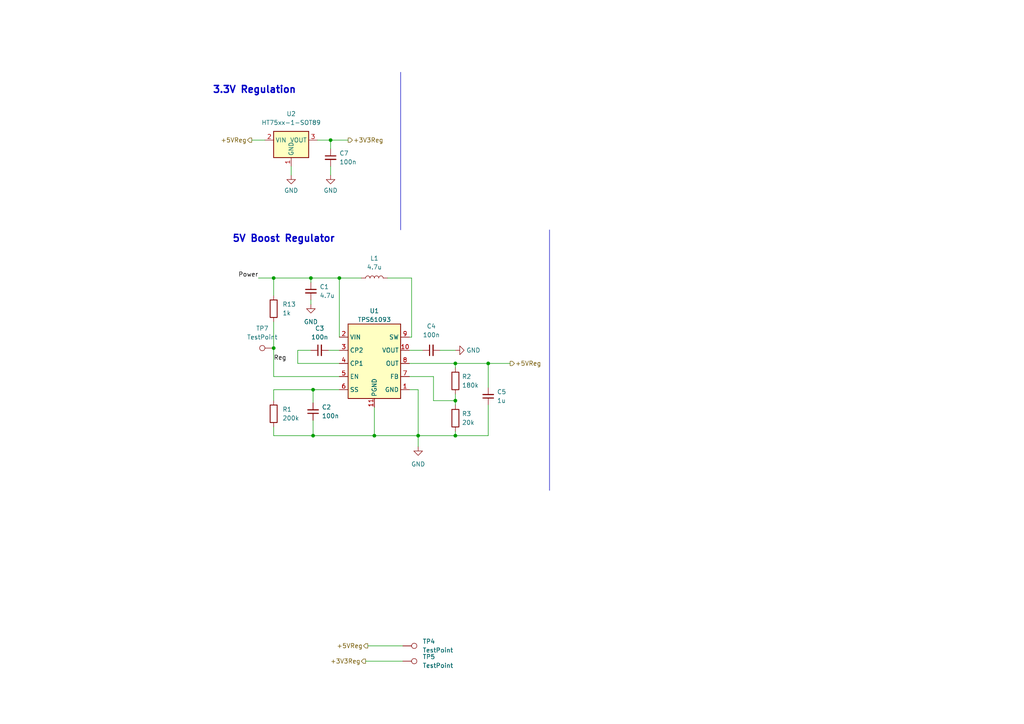
<source format=kicad_sch>
(kicad_sch (version 20230121) (generator eeschema)
  (paper "A4")
  (lib_symbols
    (symbol "Connector:TestPoint" (pin_numbers hide) (pin_names (offset 0.762) hide)
      (property "Reference" "TP" (at 0 6.858 0))
      (property "Value" "TestPoint" (at 0 5.08 0))
      (symbol "TestPoint_0_1"
        (circle (center 0 3.302) (radius 0.762))
      )
      (symbol "TestPoint_1_1"
        (pin passive line (at 0 0 90) (length 2.54) (name "1") (number "1"))
      )
    )
    (symbol "Device:C_Small" (pin_numbers hide) (pin_names (offset 0.254) hide)
      (property "Reference" "C" (at 0.254 1.778 0))
      (property "Value" "C_Small" (at 0.254 -2.032 0))
      (symbol "C_Small_0_1"
        (polyline (pts (xy -1.524 -0.508) (xy 1.524 -0.508)) (stroke (width 0.3302)))
        (polyline (pts (xy -1.524 0.508) (xy 1.524 0.508)) (stroke (width 0.3048)))
      )
      (symbol "C_Small_1_1"
        (pin passive line (at 0 2.54 270) (length 2.032) (name "~") (number "1"))
        (pin passive line (at 0 -2.54 90) (length 2.032) (name "~") (number "2"))
      )
    )
    (symbol "Device:L" (pin_numbers hide) (pin_names (offset 1.016) hide)
      (property "Reference" "L" (at -1.27 0 90))
      (property "Value" "L" (at 1.905 0 90))
      (symbol "L_0_1"
        (arc (start 0 -2.54) (mid 0.6323 -1.905) (end 0 -1.27))
        (arc (start 0 -1.27) (mid 0.6323 -0.635) (end 0 0))
        (arc (start 0 0) (mid 0.6323 0.635) (end 0 1.27))
        (arc (start 0 1.27) (mid 0.6323 1.905) (end 0 2.54))
      )
      (symbol "L_1_1"
        (pin passive line (at 0 3.81 270) (length 1.27) (name "1") (number "1"))
        (pin passive line (at 0 -3.81 90) (length 1.27) (name "2") (number "2"))
      )
    )
    (symbol "Device:R" (pin_numbers hide) (pin_names (offset 0))
      (property "Reference" "R" (at 2.032 0 90))
      (property "Value" "R" (at 0 0 90))
      (symbol "R_0_1"
        (rectangle (start -1.016 -2.54) (end 1.016 2.54) (stroke (width 0.254)))
      )
      (symbol "R_1_1"
        (pin passive line (at 0 3.81 270) (length 1.27) (name "~") (number "1"))
        (pin passive line (at 0 -3.81 90) (length 1.27) (name "~") (number "2"))
      )
    )
    (symbol "Regulator_Linear:HT75xx-1-SOT89"
      (property "Reference" "U" (at -5.08 -3.81 0))
      (property "Value" "HT75xx-1-SOT89" (at 0 6.35 0))
      (symbol "HT75xx-1-SOT89_0_1"
        (rectangle (start -5.08 5.08) (end 5.08 -2.54) (stroke (width 0.254)) (fill (type background)))
      )
      (symbol "HT75xx-1-SOT89_1_1"
        (pin power_in line (at 0 -5.08 90) (length 2.54) (name "GND") (number "1"))
        (pin power_in line (at -7.62 2.54 0) (length 2.54) (name "VIN") (number "2"))
        (pin power_out line (at 7.62 2.54 180) (length 2.54) (name "VOUT") (number "3"))
      )
    )
    (symbol "SarahLib:TPS61093DSKR"
      (property "Reference" "U1" (at 0 20.32 0))
      (property "Value" "TPS63030DSKR" (at 0 17.78 0))
      (symbol "TPS61093DSKR_0_1"
        (rectangle (start -7.62 16.51) (end 7.62 -5.08) (stroke (width 0.254)) (fill (type background)))
      )
      (symbol "TPS61093DSKR_1_1"
        (pin power_in line (at 10.16 -2.54 180) (length 2.54) (name "GND") (number "1"))
        (pin power_out line (at 10.16 8.89 180) (length 2.54) (name "VOUT") (number "10"))
        (pin passive line (at 0 -7.62 90) (length 2.54) (name "PGND") (number "11"))
        (pin power_in line (at -10.16 12.7 0) (length 2.54) (name "VIN") (number "2"))
        (pin input line (at -10.16 8.89 0) (length 2.54) (name "CP2") (number "3"))
        (pin input line (at -10.16 5.08 0) (length 2.54) (name "CP1") (number "4"))
        (pin input line (at -10.16 1.27 0) (length 2.54) (name "EN") (number "5"))
        (pin passive line (at -10.16 -2.54 0) (length 2.54) (name "SS") (number "6"))
        (pin input line (at 10.16 1.27 180) (length 2.54) (name "FB") (number "7"))
        (pin output line (at 10.16 5.08 180) (length 2.54) (name "OUT") (number "8"))
        (pin power_in line (at 10.16 12.7 180) (length 2.54) (name "SW") (number "9"))
      )
    )
    (symbol "power:GND" (power) (pin_names (offset 0))
      (property "Value" "GND" (at 0 -3.81 0))
      (symbol "GND_0_1"
        (polyline (pts (xy 0 0) (xy 0 -1.27) (xy 1.27 -1.27) (xy 0 -2.54) (xy -1.27 -1.27) (xy 0 -1.27)))
      )
      (symbol "GND_1_1"
        (pin power_in line (at 0 0 270) (length 0) hide (name "GND") (number "1"))
      )
    )
  )
  (junction (at 95.885 40.64))
  (junction (at 141.605 105.41))
  (junction (at 108.585 126.365))
  (junction (at 121.285 126.365))
  (junction (at 79.375 100.965))
  (junction (at 132.08 116.205))
  (junction (at 90.805 113.03))
  (junction (at 90.805 126.365))
  (junction (at 132.08 105.41))
  (junction (at 98.425 80.645))
  (junction (at 90.17 80.645))
  (junction (at 132.08 126.365))
  (junction (at 79.375 80.645))
  (wire (pts (xy 141.605 126.365) (xy 132.08 126.365)))
  (wire (pts (xy 79.375 109.22) (xy 98.425 109.22)))
  (polyline (pts (xy 116.205 20.955) (xy 116.205 66.675)))
  (wire (pts (xy 118.745 105.41) (xy 132.08 105.41)))
  (wire (pts (xy 118.745 101.6) (xy 122.555 101.6)))
  (wire (pts (xy 95.885 40.64) (xy 100.965 40.64)))
  (wire (pts (xy 121.285 113.03) (xy 121.285 126.365)))
  (wire (pts (xy 79.375 116.205) (xy 79.375 113.03)))
  (wire (pts (xy 141.605 105.41) (xy 141.605 112.395)))
  (wire (pts (xy 119.38 80.645) (xy 119.38 97.79)))
  (wire (pts (xy 90.805 126.365) (xy 108.585 126.365)))
  (wire (pts (xy 132.08 114.3) (xy 132.08 116.205)))
  (wire (pts (xy 90.17 80.645) (xy 90.17 81.915)))
  (wire (pts (xy 98.425 113.03) (xy 90.805 113.03)))
  (wire (pts (xy 79.375 100.965) (xy 79.375 109.22)))
  (wire (pts (xy 95.885 50.8) (xy 95.885 48.26)))
  (wire (pts (xy 121.285 126.365) (xy 121.285 129.54)))
  (wire (pts (xy 132.08 126.365) (xy 121.285 126.365)))
  (wire (pts (xy 79.375 93.345) (xy 79.375 100.965)))
  (polyline (pts (xy 159.385 66.675) (xy 159.385 142.24)))
  (wire (pts (xy 90.805 113.03) (xy 90.805 116.84)))
  (wire (pts (xy 125.73 116.205) (xy 132.08 116.205)))
  (wire (pts (xy 98.425 80.645) (xy 104.775 80.645)))
  (wire (pts (xy 141.605 117.475) (xy 141.605 126.365)))
  (wire (pts (xy 79.375 80.645) (xy 79.375 85.725)))
  (wire (pts (xy 84.455 48.26) (xy 84.455 50.8)))
  (wire (pts (xy 132.08 101.6) (xy 127.635 101.6)))
  (wire (pts (xy 125.73 109.22) (xy 118.745 109.22)))
  (wire (pts (xy 132.08 116.205) (xy 132.08 117.475)))
  (wire (pts (xy 95.885 43.18) (xy 95.885 40.64)))
  (wire (pts (xy 132.08 105.41) (xy 132.08 106.68)))
  (wire (pts (xy 132.08 105.41) (xy 141.605 105.41)))
  (wire (pts (xy 74.93 80.645) (xy 79.375 80.645)))
  (wire (pts (xy 92.075 40.64) (xy 95.885 40.64)))
  (wire (pts (xy 106.045 191.77) (xy 116.84 191.77)))
  (wire (pts (xy 90.805 126.365) (xy 90.805 121.92)))
  (wire (pts (xy 79.375 113.03) (xy 90.805 113.03)))
  (wire (pts (xy 95.25 101.6) (xy 98.425 101.6)))
  (wire (pts (xy 108.585 126.365) (xy 121.285 126.365)))
  (wire (pts (xy 132.08 125.095) (xy 132.08 126.365)))
  (wire (pts (xy 79.375 126.365) (xy 90.805 126.365)))
  (wire (pts (xy 118.745 113.03) (xy 121.285 113.03)))
  (wire (pts (xy 73.025 40.64) (xy 76.835 40.64)))
  (wire (pts (xy 79.375 80.645) (xy 90.17 80.645)))
  (wire (pts (xy 90.17 88.265) (xy 90.17 86.995)))
  (wire (pts (xy 86.36 101.6) (xy 90.17 101.6)))
  (wire (pts (xy 106.68 187.325) (xy 116.84 187.325)))
  (wire (pts (xy 119.38 97.79) (xy 118.745 97.79)))
  (wire (pts (xy 141.605 105.41) (xy 147.955 105.41)))
  (wire (pts (xy 125.73 116.205) (xy 125.73 109.22)))
  (wire (pts (xy 98.425 97.79) (xy 98.425 80.645)))
  (wire (pts (xy 98.425 105.41) (xy 86.36 105.41)))
  (wire (pts (xy 112.395 80.645) (xy 119.38 80.645)))
  (wire (pts (xy 86.36 105.41) (xy 86.36 101.6)))
  (wire (pts (xy 79.375 123.825) (xy 79.375 126.365)))
  (wire (pts (xy 108.585 118.11) (xy 108.585 126.365)))
  (wire (pts (xy 98.425 80.645) (xy 90.17 80.645)))
  (text "3.3V Regulation " (at 61.595 27.305 0) (effects (font (size 2 2) (thickness 0.4) bold) (justify left bottom)))
  (text "5V Boost Regulator\n" (at 67.31 70.485 0) (effects (font (size 2 2) (thickness 0.4) bold) (justify left bottom)))
  (label "Reg" (at 79.375 104.775 0))
  (label "Power" (at 74.93 80.645 180))
  (hierarchical_label "+5VReg" (shape output) (at 106.68 187.325 180))
  (hierarchical_label "+5VReg" (shape output) (at 73.025 40.64 180))
  (hierarchical_label "+3V3Reg" (shape output) (at 106.045 191.77 180))
  (hierarchical_label "+3V3Reg" (shape output) (at 100.965 40.64 0))
  (hierarchical_label "+5VReg" (shape output) (at 147.955 105.41 0))
  (symbol (lib_id "Device:R") (at 79.375 120.015 0) (unit 1)
    (property "Reference" "R1" (at 81.915 118.7449 0) (effects (justify left)))
    (property "Value" "200k" (at 81.915 121.2849 0) (effects (justify left)))
    (property "Footprint" "Resistor_SMD:R_0805_2012Metric" (effects hide))
    (property "Datasheet" "https://datasheet.lcsc.com/lcsc/2206010200_UNI-ROYAL-Uniroyal-Elec-0805W8F2003T5E_C17539.pdf" (effects hide))
    (property "Price" "0.0016" (effects hide))
    (property "Extended" "0" (effects hide))
    (property "LCSC" "C17539" (effects hide))
    (property "Populate" "Yes" (effects hide))
  )
  (symbol (lib_id "Connector:TestPoint") (at 79.375 100.965 90) (unit 1)
    (property "Reference" "TP7" (at 76.073 95.25 90))
    (property "Value" "TestPoint" (at 76.073 97.79 90))
    (property "Footprint" "TestPoint:TestPoint_Pad_D2.0mm" (effects hide))
  )
  (symbol (lib_id "power:GND") (at 90.17 88.265 0) (unit 1)
    (property "Reference" "#PWR02" (effects hide))
    (property "Value" "GND" (at 90.17 93.345 0))
  )
  (symbol (lib_id "Connector:TestPoint") (at 116.84 187.325 270) (unit 1)
    (property "Reference" "TP4" (at 122.555 186.0549 90) (effects (justify left)))
    (property "Value" "TestPoint" (at 122.555 188.5949 90) (effects (justify left)))
    (property "Footprint" "TestPoint:TestPoint_Pad_D2.0mm" (effects hide))
  )
  (symbol (lib_id "power:GND") (at 132.08 101.6 90) (unit 1)
    (property "Reference" "#PWR04" (effects hide))
    (property "Value" "GND" (at 135.255 101.5999 90) (effects (justify right)))
  )
  (symbol (lib_id "Device:C_Small") (at 95.885 45.72 0) (unit 1)
    (property "Reference" "C7" (at 98.425 44.4562 0) (effects (justify left)))
    (property "Value" "100n" (at 98.425 46.9962 0) (effects (justify left)))
    (property "Footprint" "Capacitor_SMD:C_0603_1608Metric" (effects hide))
    (property "Datasheet" "https://datasheet.lcsc.com/lcsc/1809301912_YAGEO-CC0603KRX7R9BB104_C14663.pdf" (effects hide))
    (property "Price" "0.0020" (effects hide))
    (property "LCSC" "C49678" (effects hide))
    (property "Extended" "0" (effects hide))
    (property "Populate" "Yes" (effects hide))
  )
  (symbol (lib_id "Device:R") (at 132.08 110.49 0) (unit 1)
    (property "Reference" "R2" (at 133.985 109.2199 0) (effects (justify left)))
    (property "Value" "180k" (at 133.985 111.7599 0) (effects (justify left)))
    (property "Footprint" "Resistor_SMD:R_0603_1608Metric" (effects hide))
    (property "Extended" "0" (effects hide))
    (property "LCSC" "C22827" (effects hide))
    (property "Price" "0.01" (effects hide))
    (property "Populate" "Yes" (effects hide))
  )
  (symbol (lib_id "Device:C_Small") (at 125.095 101.6 90) (unit 1)
    (property "Reference" "C4" (at 125.1013 94.615 90))
    (property "Value" "100n" (at 125.1013 97.155 90))
    (property "Footprint" "Capacitor_SMD:C_0603_1608Metric" (effects hide))
    (property "Datasheet" "https://datasheet.lcsc.com/lcsc/1809301912_YAGEO-CC0603KRX7R9BB104_C14663.pdf" (effects hide))
    (property "Price" "0.0020" (effects hide))
    (property "LCSC" "C49678" (effects hide))
    (property "Extended" "0" (effects hide))
    (property "Populate" "Yes" (effects hide))
  )
  (symbol (lib_id "Device:L") (at 108.585 80.645 90) (unit 1)
    (property "Reference" "L1" (at 108.585 74.93 90))
    (property "Value" "4.7u" (at 108.585 77.47 90))
    (property "Footprint" "SarahFootprints:IND-SMD_L4.0-W4.0" (effects hide))
    (property "Datasheet" "https://datasheet.lcsc.com/lcsc/1810061032_Sunltech-Tech-SLW4012S4R7NST_C206275.pdf" (effects hide))
    (property "Extended" "1" (effects hide))
    (property "LCSC" "C206275" (effects hide))
    (property "Price" "0.0167 " (effects hide))
    (property "Populate" "Yes" (effects hide))
  )
  (symbol (lib_id "Device:C_Small") (at 141.605 114.935 180) (unit 1)
    (property "Reference" "C5" (at 144.145 113.6585 0) (effects (justify right)))
    (property "Value" "1u" (at 144.145 116.1985 0) (effects (justify right)))
    (property "Footprint" "Capacitor_SMD:C_0805_2012Metric" (effects hide))
    (property "Datasheet" "https://datasheet.lcsc.com/lcsc/1810191216_Samsung-Electro-Mechanics-CL21B105KBFNNNE_C28323.pdf" (effects hide))
    (property "Price" "0.0092 " (effects hide))
    (property "LCSC" "C28323" (effects hide))
    (property "Extended" "0" (effects hide))
    (property "Populate" "Yes" (effects hide))
  )
  (symbol (lib_id "Connector:TestPoint") (at 116.84 191.77 270) (unit 1)
    (property "Reference" "TP5" (at 122.555 190.4999 90) (effects (justify left)))
    (property "Value" "TestPoint" (at 122.555 193.0399 90) (effects (justify left)))
    (property "Footprint" "TestPoint:TestPoint_Pad_D2.0mm" (effects hide))
  )
  (symbol (lib_id "Device:C_Small") (at 90.17 84.455 0) (unit 1)
    (property "Reference" "C1" (at 92.71 83.1912 0) (effects (justify left)))
    (property "Value" "4.7u" (at 92.71 85.7312 0) (effects (justify left)))
    (property "Footprint" "Capacitor_SMD:C_0805_2012Metric" (effects hide))
    (property "Price" "0.01" (effects hide))
    (property "Extended" "0" (effects hide))
    (property "LCSC" "C1779" (effects hide))
    (property "Populate" "Yes" (effects hide))
  )
  (symbol (lib_id "Device:C_Small") (at 90.805 119.38 180) (unit 1)
    (property "Reference" "C2" (at 93.345 118.1035 0) (effects (justify right)))
    (property "Value" "100n" (at 93.345 120.6435 0) (effects (justify right)))
    (property "Footprint" "Capacitor_SMD:C_0603_1608Metric" (effects hide))
    (property "Datasheet" "https://datasheet.lcsc.com/lcsc/1809301912_YAGEO-CC0603KRX7R9BB104_C14663.pdf" (effects hide))
    (property "Price" "0.0020" (effects hide))
    (property "LCSC" "C49678" (effects hide))
    (property "Extended" "0" (effects hide))
    (property "Populate" "Yes" (effects hide))
  )
  (symbol (lib_id "power:GND") (at 121.285 129.54 0) (unit 1)
    (property "Reference" "#PWR03" (effects hide))
    (property "Value" "GND" (at 121.285 134.62 0))
  )
  (symbol (lib_id "Regulator_Linear:HT75xx-1-SOT89") (at 84.455 43.18 0) (unit 1)
    (property "Reference" "U2" (at 84.455 33.02 0))
    (property "Value" "HT75xx-1-SOT89" (at 84.455 35.56 0))
    (property "Footprint" "Package_TO_SOT_SMD:SOT-89-3" (effects hide))
    (property "Datasheet" "https://datasheet.lcsc.com/lcsc/1811062113_Holtek-Semicon-HT7533-1_C14289.pdf" (effects hide))
    (property "Extended" "0" (effects hide))
    (property "LCSC" "C14289" (effects hide))
    (property "Populate" "Yes" (effects hide))
  )
  (symbol (lib_id "Device:R") (at 79.375 89.535 180) (unit 1)
    (property "Reference" "R13" (at 81.915 88.2649 0) (effects (justify right)))
    (property "Value" "1k" (at 81.915 90.8049 0) (effects (justify right)))
    (property "Footprint" "Resistor_SMD:R_0603_1608Metric" (effects hide))
    (property "LCSC" "C21190" (effects hide))
    (property "Extended" "0" (effects hide))
    (property "Populate" "Yes" (effects hide))
  )
  (symbol (lib_id "power:GND") (at 84.455 50.8 0) (unit 1)
    (property "Reference" "#PWR06" (effects hide))
    (property "Value" "GND" (at 84.455 55.245 0))
  )
  (symbol (lib_id "Device:R") (at 132.08 121.285 0) (unit 1)
    (property "Reference" "R3" (at 133.985 120.0149 0) (effects (justify left)))
    (property "Value" "20k" (at 133.985 122.5549 0) (effects (justify left)))
    (property "Footprint" "Resistor_SMD:R_0603_1608Metric" (effects hide))
    (property "Extended" "0" (effects hide))
    (property "LCSC" "C4184" (effects hide))
    (property "Price" "0.01" (effects hide))
    (property "Populate" "Yes" (effects hide))
  )
  (symbol (lib_id "Device:C_Small") (at 92.71 101.6 90) (unit 1)
    (property "Reference" "C3" (at 92.7163 95.25 90))
    (property "Value" "100n" (at 92.7163 97.79 90))
    (property "Footprint" "Capacitor_SMD:C_0603_1608Metric" (effects hide))
    (property "Datasheet" "https://datasheet.lcsc.com/lcsc/1809301912_YAGEO-CC0603KRX7R9BB104_C14663.pdf" (effects hide))
    (property "Price" "0.0020" (effects hide))
    (property "LCSC" "C49678" (effects hide))
    (property "Extended" "0" (effects hide))
    (property "Populate" "Yes" (effects hide))
  )
  (symbol (lib_id "SarahLib:TPS61093DSKR") (at 108.585 110.49 0) (unit 1)
    (property "Reference" "U1" (at 108.585 90.17 0))
    (property "Value" "TPS61093" (at 108.585 92.71 0))
    (property "Footprint" "Package_SON:WSON-10-1EP_2.5x2.5mm_P0.5mm_EP1.2x2mm" (effects hide))
    (property "Datasheet" "https://datasheet.lcsc.com/lcsc/1806081810_Texas-Instruments-TPS61093DSKR_C60707.pdf" (effects hide))
    (property "Extended" "1" (effects hide))
    (property "LCSC" "C60707" (effects hide))
    (property "Populate" "Yes" (effects hide))
    (property "Price" "5.57" (effects hide))
  )
  (symbol (lib_id "power:GND") (at 95.885 50.8 0) (unit 1)
    (property "Reference" "#PWR08" (effects hide))
    (property "Value" "GND" (at 95.885 55.245 0))
  )
)
</source>
